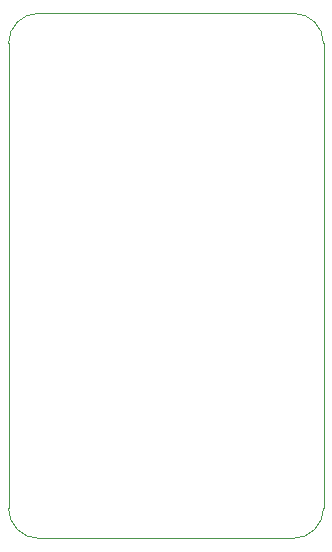
<source format=gbr>
G04 #@! TF.FileFunction,Profile,NP*
%FSLAX46Y46*%
G04 Gerber Fmt 4.6, Leading zero omitted, Abs format (unit mm)*
G04 Created by KiCad (PCBNEW 4.0.2+e4-6225~38~ubuntu16.04.1-stable) date Sun 10 Jul 2016 07:48:29 PM PDT*
%MOMM*%
G01*
G04 APERTURE LIST*
%ADD10C,0.100000*%
G04 APERTURE END LIST*
D10*
X144780000Y-137160000D02*
G75*
G03X147320000Y-139700000I2540000J0D01*
G01*
X168910000Y-139700000D02*
G75*
G03X171450000Y-137160000I0J2540000D01*
G01*
X144780000Y-137160000D02*
X144780000Y-125730000D01*
X168910000Y-139700000D02*
X147320000Y-139700000D01*
X171450000Y-125730000D02*
X171450000Y-137160000D01*
X147320000Y-95250000D02*
G75*
G03X144780000Y-97790000I0J-2540000D01*
G01*
X171450000Y-97790000D02*
G75*
G03X168910000Y-95250000I-2540000J0D01*
G01*
X144780000Y-97790000D02*
X144780000Y-125730000D01*
X168910000Y-95250000D02*
X147320000Y-95250000D01*
X171450000Y-125730000D02*
X171450000Y-97790000D01*
M02*

</source>
